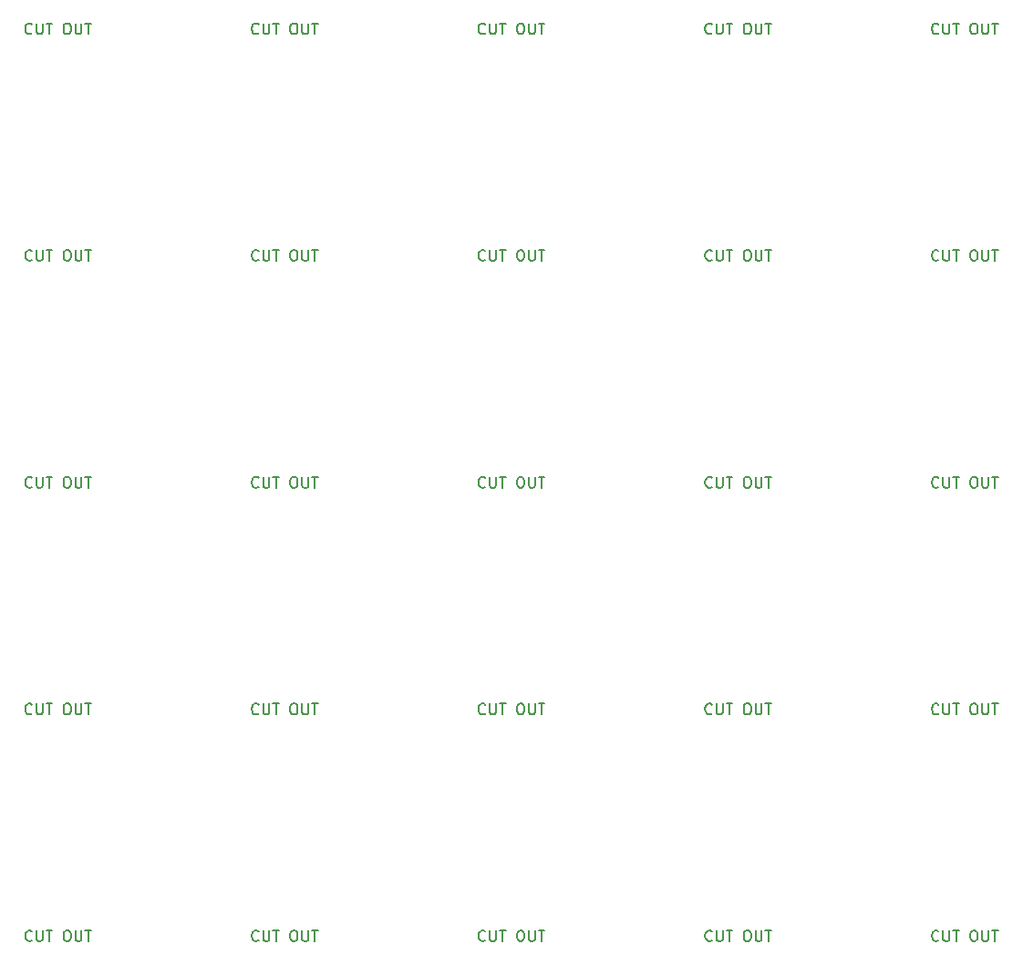
<source format=gbr>
%TF.GenerationSoftware,KiCad,Pcbnew,(5.1.9)-1*%
%TF.CreationDate,2021-09-16T12:17:46+02:00*%
%TF.ProjectId,kb_panel,6b625f70-616e-4656-9c2e-6b696361645f,rev?*%
%TF.SameCoordinates,Original*%
%TF.FileFunction,Other,Comment*%
%FSLAX46Y46*%
G04 Gerber Fmt 4.6, Leading zero omitted, Abs format (unit mm)*
G04 Created by KiCad (PCBNEW (5.1.9)-1) date 2021-09-16 12:17:46*
%MOMM*%
%LPD*%
G01*
G04 APERTURE LIST*
%ADD10C,0.150000*%
G04 APERTURE END LIST*
D10*
X136646785Y-140678694D02*
X136599166Y-140726313D01*
X136456308Y-140773932D01*
X136361070Y-140773932D01*
X136218213Y-140726313D01*
X136122975Y-140631075D01*
X136075356Y-140535837D01*
X136027737Y-140345361D01*
X136027737Y-140202504D01*
X136075356Y-140012028D01*
X136122975Y-139916790D01*
X136218213Y-139821552D01*
X136361070Y-139773932D01*
X136456308Y-139773932D01*
X136599166Y-139821552D01*
X136646785Y-139869171D01*
X137075356Y-139773932D02*
X137075356Y-140583456D01*
X137122975Y-140678694D01*
X137170594Y-140726313D01*
X137265832Y-140773932D01*
X137456308Y-140773932D01*
X137551547Y-140726313D01*
X137599166Y-140678694D01*
X137646785Y-140583456D01*
X137646785Y-139773932D01*
X137980118Y-139773932D02*
X138551547Y-139773932D01*
X138265832Y-140773932D02*
X138265832Y-139773932D01*
X139837261Y-139773932D02*
X140027737Y-139773932D01*
X140122975Y-139821552D01*
X140218213Y-139916790D01*
X140265832Y-140107266D01*
X140265832Y-140440599D01*
X140218213Y-140631075D01*
X140122975Y-140726313D01*
X140027737Y-140773932D01*
X139837261Y-140773932D01*
X139742023Y-140726313D01*
X139646785Y-140631075D01*
X139599166Y-140440599D01*
X139599166Y-140107266D01*
X139646785Y-139916790D01*
X139742023Y-139821552D01*
X139837261Y-139773932D01*
X140694404Y-139773932D02*
X140694404Y-140583456D01*
X140742023Y-140678694D01*
X140789642Y-140726313D01*
X140884880Y-140773932D01*
X141075356Y-140773932D01*
X141170594Y-140726313D01*
X141218213Y-140678694D01*
X141265832Y-140583456D01*
X141265832Y-139773932D01*
X141599166Y-139773932D02*
X142170594Y-139773932D01*
X141884880Y-140773932D02*
X141884880Y-139773932D01*
X115596785Y-140678694D02*
X115549166Y-140726313D01*
X115406308Y-140773932D01*
X115311070Y-140773932D01*
X115168213Y-140726313D01*
X115072975Y-140631075D01*
X115025356Y-140535837D01*
X114977737Y-140345361D01*
X114977737Y-140202504D01*
X115025356Y-140012028D01*
X115072975Y-139916790D01*
X115168213Y-139821552D01*
X115311070Y-139773932D01*
X115406308Y-139773932D01*
X115549166Y-139821552D01*
X115596785Y-139869171D01*
X116025356Y-139773932D02*
X116025356Y-140583456D01*
X116072975Y-140678694D01*
X116120594Y-140726313D01*
X116215832Y-140773932D01*
X116406308Y-140773932D01*
X116501547Y-140726313D01*
X116549166Y-140678694D01*
X116596785Y-140583456D01*
X116596785Y-139773932D01*
X116930118Y-139773932D02*
X117501547Y-139773932D01*
X117215832Y-140773932D02*
X117215832Y-139773932D01*
X118787261Y-139773932D02*
X118977737Y-139773932D01*
X119072975Y-139821552D01*
X119168213Y-139916790D01*
X119215832Y-140107266D01*
X119215832Y-140440599D01*
X119168213Y-140631075D01*
X119072975Y-140726313D01*
X118977737Y-140773932D01*
X118787261Y-140773932D01*
X118692023Y-140726313D01*
X118596785Y-140631075D01*
X118549166Y-140440599D01*
X118549166Y-140107266D01*
X118596785Y-139916790D01*
X118692023Y-139821552D01*
X118787261Y-139773932D01*
X119644404Y-139773932D02*
X119644404Y-140583456D01*
X119692023Y-140678694D01*
X119739642Y-140726313D01*
X119834880Y-140773932D01*
X120025356Y-140773932D01*
X120120594Y-140726313D01*
X120168213Y-140678694D01*
X120215832Y-140583456D01*
X120215832Y-139773932D01*
X120549166Y-139773932D02*
X121120594Y-139773932D01*
X120834880Y-140773932D02*
X120834880Y-139773932D01*
X94546785Y-140678694D02*
X94499166Y-140726313D01*
X94356308Y-140773932D01*
X94261070Y-140773932D01*
X94118213Y-140726313D01*
X94022975Y-140631075D01*
X93975356Y-140535837D01*
X93927737Y-140345361D01*
X93927737Y-140202504D01*
X93975356Y-140012028D01*
X94022975Y-139916790D01*
X94118213Y-139821552D01*
X94261070Y-139773932D01*
X94356308Y-139773932D01*
X94499166Y-139821552D01*
X94546785Y-139869171D01*
X94975356Y-139773932D02*
X94975356Y-140583456D01*
X95022975Y-140678694D01*
X95070594Y-140726313D01*
X95165832Y-140773932D01*
X95356308Y-140773932D01*
X95451547Y-140726313D01*
X95499166Y-140678694D01*
X95546785Y-140583456D01*
X95546785Y-139773932D01*
X95880118Y-139773932D02*
X96451547Y-139773932D01*
X96165832Y-140773932D02*
X96165832Y-139773932D01*
X97737261Y-139773932D02*
X97927737Y-139773932D01*
X98022975Y-139821552D01*
X98118213Y-139916790D01*
X98165832Y-140107266D01*
X98165832Y-140440599D01*
X98118213Y-140631075D01*
X98022975Y-140726313D01*
X97927737Y-140773932D01*
X97737261Y-140773932D01*
X97642023Y-140726313D01*
X97546785Y-140631075D01*
X97499166Y-140440599D01*
X97499166Y-140107266D01*
X97546785Y-139916790D01*
X97642023Y-139821552D01*
X97737261Y-139773932D01*
X98594404Y-139773932D02*
X98594404Y-140583456D01*
X98642023Y-140678694D01*
X98689642Y-140726313D01*
X98784880Y-140773932D01*
X98975356Y-140773932D01*
X99070594Y-140726313D01*
X99118213Y-140678694D01*
X99165832Y-140583456D01*
X99165832Y-139773932D01*
X99499166Y-139773932D02*
X100070594Y-139773932D01*
X99784880Y-140773932D02*
X99784880Y-139773932D01*
X73496785Y-140678694D02*
X73449166Y-140726313D01*
X73306308Y-140773932D01*
X73211070Y-140773932D01*
X73068213Y-140726313D01*
X72972975Y-140631075D01*
X72925356Y-140535837D01*
X72877737Y-140345361D01*
X72877737Y-140202504D01*
X72925356Y-140012028D01*
X72972975Y-139916790D01*
X73068213Y-139821552D01*
X73211070Y-139773932D01*
X73306308Y-139773932D01*
X73449166Y-139821552D01*
X73496785Y-139869171D01*
X73925356Y-139773932D02*
X73925356Y-140583456D01*
X73972975Y-140678694D01*
X74020594Y-140726313D01*
X74115832Y-140773932D01*
X74306308Y-140773932D01*
X74401547Y-140726313D01*
X74449166Y-140678694D01*
X74496785Y-140583456D01*
X74496785Y-139773932D01*
X74830118Y-139773932D02*
X75401547Y-139773932D01*
X75115832Y-140773932D02*
X75115832Y-139773932D01*
X76687261Y-139773932D02*
X76877737Y-139773932D01*
X76972975Y-139821552D01*
X77068213Y-139916790D01*
X77115832Y-140107266D01*
X77115832Y-140440599D01*
X77068213Y-140631075D01*
X76972975Y-140726313D01*
X76877737Y-140773932D01*
X76687261Y-140773932D01*
X76592023Y-140726313D01*
X76496785Y-140631075D01*
X76449166Y-140440599D01*
X76449166Y-140107266D01*
X76496785Y-139916790D01*
X76592023Y-139821552D01*
X76687261Y-139773932D01*
X77544404Y-139773932D02*
X77544404Y-140583456D01*
X77592023Y-140678694D01*
X77639642Y-140726313D01*
X77734880Y-140773932D01*
X77925356Y-140773932D01*
X78020594Y-140726313D01*
X78068213Y-140678694D01*
X78115832Y-140583456D01*
X78115832Y-139773932D01*
X78449166Y-139773932D02*
X79020594Y-139773932D01*
X78734880Y-140773932D02*
X78734880Y-139773932D01*
X52446785Y-140678694D02*
X52399166Y-140726313D01*
X52256308Y-140773932D01*
X52161070Y-140773932D01*
X52018213Y-140726313D01*
X51922975Y-140631075D01*
X51875356Y-140535837D01*
X51827737Y-140345361D01*
X51827737Y-140202504D01*
X51875356Y-140012028D01*
X51922975Y-139916790D01*
X52018213Y-139821552D01*
X52161070Y-139773932D01*
X52256308Y-139773932D01*
X52399166Y-139821552D01*
X52446785Y-139869171D01*
X52875356Y-139773932D02*
X52875356Y-140583456D01*
X52922975Y-140678694D01*
X52970594Y-140726313D01*
X53065832Y-140773932D01*
X53256308Y-140773932D01*
X53351547Y-140726313D01*
X53399166Y-140678694D01*
X53446785Y-140583456D01*
X53446785Y-139773932D01*
X53780118Y-139773932D02*
X54351547Y-139773932D01*
X54065832Y-140773932D02*
X54065832Y-139773932D01*
X55637261Y-139773932D02*
X55827737Y-139773932D01*
X55922975Y-139821552D01*
X56018213Y-139916790D01*
X56065832Y-140107266D01*
X56065832Y-140440599D01*
X56018213Y-140631075D01*
X55922975Y-140726313D01*
X55827737Y-140773932D01*
X55637261Y-140773932D01*
X55542023Y-140726313D01*
X55446785Y-140631075D01*
X55399166Y-140440599D01*
X55399166Y-140107266D01*
X55446785Y-139916790D01*
X55542023Y-139821552D01*
X55637261Y-139773932D01*
X56494404Y-139773932D02*
X56494404Y-140583456D01*
X56542023Y-140678694D01*
X56589642Y-140726313D01*
X56684880Y-140773932D01*
X56875356Y-140773932D01*
X56970594Y-140726313D01*
X57018213Y-140678694D01*
X57065832Y-140583456D01*
X57065832Y-139773932D01*
X57399166Y-139773932D02*
X57970594Y-139773932D01*
X57684880Y-140773932D02*
X57684880Y-139773932D01*
X136646785Y-119628694D02*
X136599166Y-119676313D01*
X136456308Y-119723932D01*
X136361070Y-119723932D01*
X136218213Y-119676313D01*
X136122975Y-119581075D01*
X136075356Y-119485837D01*
X136027737Y-119295361D01*
X136027737Y-119152504D01*
X136075356Y-118962028D01*
X136122975Y-118866790D01*
X136218213Y-118771552D01*
X136361070Y-118723932D01*
X136456308Y-118723932D01*
X136599166Y-118771552D01*
X136646785Y-118819171D01*
X137075356Y-118723932D02*
X137075356Y-119533456D01*
X137122975Y-119628694D01*
X137170594Y-119676313D01*
X137265832Y-119723932D01*
X137456308Y-119723932D01*
X137551547Y-119676313D01*
X137599166Y-119628694D01*
X137646785Y-119533456D01*
X137646785Y-118723932D01*
X137980118Y-118723932D02*
X138551547Y-118723932D01*
X138265832Y-119723932D02*
X138265832Y-118723932D01*
X139837261Y-118723932D02*
X140027737Y-118723932D01*
X140122975Y-118771552D01*
X140218213Y-118866790D01*
X140265832Y-119057266D01*
X140265832Y-119390599D01*
X140218213Y-119581075D01*
X140122975Y-119676313D01*
X140027737Y-119723932D01*
X139837261Y-119723932D01*
X139742023Y-119676313D01*
X139646785Y-119581075D01*
X139599166Y-119390599D01*
X139599166Y-119057266D01*
X139646785Y-118866790D01*
X139742023Y-118771552D01*
X139837261Y-118723932D01*
X140694404Y-118723932D02*
X140694404Y-119533456D01*
X140742023Y-119628694D01*
X140789642Y-119676313D01*
X140884880Y-119723932D01*
X141075356Y-119723932D01*
X141170594Y-119676313D01*
X141218213Y-119628694D01*
X141265832Y-119533456D01*
X141265832Y-118723932D01*
X141599166Y-118723932D02*
X142170594Y-118723932D01*
X141884880Y-119723932D02*
X141884880Y-118723932D01*
X115596785Y-119628694D02*
X115549166Y-119676313D01*
X115406308Y-119723932D01*
X115311070Y-119723932D01*
X115168213Y-119676313D01*
X115072975Y-119581075D01*
X115025356Y-119485837D01*
X114977737Y-119295361D01*
X114977737Y-119152504D01*
X115025356Y-118962028D01*
X115072975Y-118866790D01*
X115168213Y-118771552D01*
X115311070Y-118723932D01*
X115406308Y-118723932D01*
X115549166Y-118771552D01*
X115596785Y-118819171D01*
X116025356Y-118723932D02*
X116025356Y-119533456D01*
X116072975Y-119628694D01*
X116120594Y-119676313D01*
X116215832Y-119723932D01*
X116406308Y-119723932D01*
X116501547Y-119676313D01*
X116549166Y-119628694D01*
X116596785Y-119533456D01*
X116596785Y-118723932D01*
X116930118Y-118723932D02*
X117501547Y-118723932D01*
X117215832Y-119723932D02*
X117215832Y-118723932D01*
X118787261Y-118723932D02*
X118977737Y-118723932D01*
X119072975Y-118771552D01*
X119168213Y-118866790D01*
X119215832Y-119057266D01*
X119215832Y-119390599D01*
X119168213Y-119581075D01*
X119072975Y-119676313D01*
X118977737Y-119723932D01*
X118787261Y-119723932D01*
X118692023Y-119676313D01*
X118596785Y-119581075D01*
X118549166Y-119390599D01*
X118549166Y-119057266D01*
X118596785Y-118866790D01*
X118692023Y-118771552D01*
X118787261Y-118723932D01*
X119644404Y-118723932D02*
X119644404Y-119533456D01*
X119692023Y-119628694D01*
X119739642Y-119676313D01*
X119834880Y-119723932D01*
X120025356Y-119723932D01*
X120120594Y-119676313D01*
X120168213Y-119628694D01*
X120215832Y-119533456D01*
X120215832Y-118723932D01*
X120549166Y-118723932D02*
X121120594Y-118723932D01*
X120834880Y-119723932D02*
X120834880Y-118723932D01*
X94546785Y-119628694D02*
X94499166Y-119676313D01*
X94356308Y-119723932D01*
X94261070Y-119723932D01*
X94118213Y-119676313D01*
X94022975Y-119581075D01*
X93975356Y-119485837D01*
X93927737Y-119295361D01*
X93927737Y-119152504D01*
X93975356Y-118962028D01*
X94022975Y-118866790D01*
X94118213Y-118771552D01*
X94261070Y-118723932D01*
X94356308Y-118723932D01*
X94499166Y-118771552D01*
X94546785Y-118819171D01*
X94975356Y-118723932D02*
X94975356Y-119533456D01*
X95022975Y-119628694D01*
X95070594Y-119676313D01*
X95165832Y-119723932D01*
X95356308Y-119723932D01*
X95451547Y-119676313D01*
X95499166Y-119628694D01*
X95546785Y-119533456D01*
X95546785Y-118723932D01*
X95880118Y-118723932D02*
X96451547Y-118723932D01*
X96165832Y-119723932D02*
X96165832Y-118723932D01*
X97737261Y-118723932D02*
X97927737Y-118723932D01*
X98022975Y-118771552D01*
X98118213Y-118866790D01*
X98165832Y-119057266D01*
X98165832Y-119390599D01*
X98118213Y-119581075D01*
X98022975Y-119676313D01*
X97927737Y-119723932D01*
X97737261Y-119723932D01*
X97642023Y-119676313D01*
X97546785Y-119581075D01*
X97499166Y-119390599D01*
X97499166Y-119057266D01*
X97546785Y-118866790D01*
X97642023Y-118771552D01*
X97737261Y-118723932D01*
X98594404Y-118723932D02*
X98594404Y-119533456D01*
X98642023Y-119628694D01*
X98689642Y-119676313D01*
X98784880Y-119723932D01*
X98975356Y-119723932D01*
X99070594Y-119676313D01*
X99118213Y-119628694D01*
X99165832Y-119533456D01*
X99165832Y-118723932D01*
X99499166Y-118723932D02*
X100070594Y-118723932D01*
X99784880Y-119723932D02*
X99784880Y-118723932D01*
X73496785Y-119628694D02*
X73449166Y-119676313D01*
X73306308Y-119723932D01*
X73211070Y-119723932D01*
X73068213Y-119676313D01*
X72972975Y-119581075D01*
X72925356Y-119485837D01*
X72877737Y-119295361D01*
X72877737Y-119152504D01*
X72925356Y-118962028D01*
X72972975Y-118866790D01*
X73068213Y-118771552D01*
X73211070Y-118723932D01*
X73306308Y-118723932D01*
X73449166Y-118771552D01*
X73496785Y-118819171D01*
X73925356Y-118723932D02*
X73925356Y-119533456D01*
X73972975Y-119628694D01*
X74020594Y-119676313D01*
X74115832Y-119723932D01*
X74306308Y-119723932D01*
X74401547Y-119676313D01*
X74449166Y-119628694D01*
X74496785Y-119533456D01*
X74496785Y-118723932D01*
X74830118Y-118723932D02*
X75401547Y-118723932D01*
X75115832Y-119723932D02*
X75115832Y-118723932D01*
X76687261Y-118723932D02*
X76877737Y-118723932D01*
X76972975Y-118771552D01*
X77068213Y-118866790D01*
X77115832Y-119057266D01*
X77115832Y-119390599D01*
X77068213Y-119581075D01*
X76972975Y-119676313D01*
X76877737Y-119723932D01*
X76687261Y-119723932D01*
X76592023Y-119676313D01*
X76496785Y-119581075D01*
X76449166Y-119390599D01*
X76449166Y-119057266D01*
X76496785Y-118866790D01*
X76592023Y-118771552D01*
X76687261Y-118723932D01*
X77544404Y-118723932D02*
X77544404Y-119533456D01*
X77592023Y-119628694D01*
X77639642Y-119676313D01*
X77734880Y-119723932D01*
X77925356Y-119723932D01*
X78020594Y-119676313D01*
X78068213Y-119628694D01*
X78115832Y-119533456D01*
X78115832Y-118723932D01*
X78449166Y-118723932D02*
X79020594Y-118723932D01*
X78734880Y-119723932D02*
X78734880Y-118723932D01*
X52446785Y-119628694D02*
X52399166Y-119676313D01*
X52256308Y-119723932D01*
X52161070Y-119723932D01*
X52018213Y-119676313D01*
X51922975Y-119581075D01*
X51875356Y-119485837D01*
X51827737Y-119295361D01*
X51827737Y-119152504D01*
X51875356Y-118962028D01*
X51922975Y-118866790D01*
X52018213Y-118771552D01*
X52161070Y-118723932D01*
X52256308Y-118723932D01*
X52399166Y-118771552D01*
X52446785Y-118819171D01*
X52875356Y-118723932D02*
X52875356Y-119533456D01*
X52922975Y-119628694D01*
X52970594Y-119676313D01*
X53065832Y-119723932D01*
X53256308Y-119723932D01*
X53351547Y-119676313D01*
X53399166Y-119628694D01*
X53446785Y-119533456D01*
X53446785Y-118723932D01*
X53780118Y-118723932D02*
X54351547Y-118723932D01*
X54065832Y-119723932D02*
X54065832Y-118723932D01*
X55637261Y-118723932D02*
X55827737Y-118723932D01*
X55922975Y-118771552D01*
X56018213Y-118866790D01*
X56065832Y-119057266D01*
X56065832Y-119390599D01*
X56018213Y-119581075D01*
X55922975Y-119676313D01*
X55827737Y-119723932D01*
X55637261Y-119723932D01*
X55542023Y-119676313D01*
X55446785Y-119581075D01*
X55399166Y-119390599D01*
X55399166Y-119057266D01*
X55446785Y-118866790D01*
X55542023Y-118771552D01*
X55637261Y-118723932D01*
X56494404Y-118723932D02*
X56494404Y-119533456D01*
X56542023Y-119628694D01*
X56589642Y-119676313D01*
X56684880Y-119723932D01*
X56875356Y-119723932D01*
X56970594Y-119676313D01*
X57018213Y-119628694D01*
X57065832Y-119533456D01*
X57065832Y-118723932D01*
X57399166Y-118723932D02*
X57970594Y-118723932D01*
X57684880Y-119723932D02*
X57684880Y-118723932D01*
X136646785Y-98578694D02*
X136599166Y-98626313D01*
X136456308Y-98673932D01*
X136361070Y-98673932D01*
X136218213Y-98626313D01*
X136122975Y-98531075D01*
X136075356Y-98435837D01*
X136027737Y-98245361D01*
X136027737Y-98102504D01*
X136075356Y-97912028D01*
X136122975Y-97816790D01*
X136218213Y-97721552D01*
X136361070Y-97673932D01*
X136456308Y-97673932D01*
X136599166Y-97721552D01*
X136646785Y-97769171D01*
X137075356Y-97673932D02*
X137075356Y-98483456D01*
X137122975Y-98578694D01*
X137170594Y-98626313D01*
X137265832Y-98673932D01*
X137456308Y-98673932D01*
X137551547Y-98626313D01*
X137599166Y-98578694D01*
X137646785Y-98483456D01*
X137646785Y-97673932D01*
X137980118Y-97673932D02*
X138551547Y-97673932D01*
X138265832Y-98673932D02*
X138265832Y-97673932D01*
X139837261Y-97673932D02*
X140027737Y-97673932D01*
X140122975Y-97721552D01*
X140218213Y-97816790D01*
X140265832Y-98007266D01*
X140265832Y-98340599D01*
X140218213Y-98531075D01*
X140122975Y-98626313D01*
X140027737Y-98673932D01*
X139837261Y-98673932D01*
X139742023Y-98626313D01*
X139646785Y-98531075D01*
X139599166Y-98340599D01*
X139599166Y-98007266D01*
X139646785Y-97816790D01*
X139742023Y-97721552D01*
X139837261Y-97673932D01*
X140694404Y-97673932D02*
X140694404Y-98483456D01*
X140742023Y-98578694D01*
X140789642Y-98626313D01*
X140884880Y-98673932D01*
X141075356Y-98673932D01*
X141170594Y-98626313D01*
X141218213Y-98578694D01*
X141265832Y-98483456D01*
X141265832Y-97673932D01*
X141599166Y-97673932D02*
X142170594Y-97673932D01*
X141884880Y-98673932D02*
X141884880Y-97673932D01*
X115596785Y-98578694D02*
X115549166Y-98626313D01*
X115406308Y-98673932D01*
X115311070Y-98673932D01*
X115168213Y-98626313D01*
X115072975Y-98531075D01*
X115025356Y-98435837D01*
X114977737Y-98245361D01*
X114977737Y-98102504D01*
X115025356Y-97912028D01*
X115072975Y-97816790D01*
X115168213Y-97721552D01*
X115311070Y-97673932D01*
X115406308Y-97673932D01*
X115549166Y-97721552D01*
X115596785Y-97769171D01*
X116025356Y-97673932D02*
X116025356Y-98483456D01*
X116072975Y-98578694D01*
X116120594Y-98626313D01*
X116215832Y-98673932D01*
X116406308Y-98673932D01*
X116501547Y-98626313D01*
X116549166Y-98578694D01*
X116596785Y-98483456D01*
X116596785Y-97673932D01*
X116930118Y-97673932D02*
X117501547Y-97673932D01*
X117215832Y-98673932D02*
X117215832Y-97673932D01*
X118787261Y-97673932D02*
X118977737Y-97673932D01*
X119072975Y-97721552D01*
X119168213Y-97816790D01*
X119215832Y-98007266D01*
X119215832Y-98340599D01*
X119168213Y-98531075D01*
X119072975Y-98626313D01*
X118977737Y-98673932D01*
X118787261Y-98673932D01*
X118692023Y-98626313D01*
X118596785Y-98531075D01*
X118549166Y-98340599D01*
X118549166Y-98007266D01*
X118596785Y-97816790D01*
X118692023Y-97721552D01*
X118787261Y-97673932D01*
X119644404Y-97673932D02*
X119644404Y-98483456D01*
X119692023Y-98578694D01*
X119739642Y-98626313D01*
X119834880Y-98673932D01*
X120025356Y-98673932D01*
X120120594Y-98626313D01*
X120168213Y-98578694D01*
X120215832Y-98483456D01*
X120215832Y-97673932D01*
X120549166Y-97673932D02*
X121120594Y-97673932D01*
X120834880Y-98673932D02*
X120834880Y-97673932D01*
X94546785Y-98578694D02*
X94499166Y-98626313D01*
X94356308Y-98673932D01*
X94261070Y-98673932D01*
X94118213Y-98626313D01*
X94022975Y-98531075D01*
X93975356Y-98435837D01*
X93927737Y-98245361D01*
X93927737Y-98102504D01*
X93975356Y-97912028D01*
X94022975Y-97816790D01*
X94118213Y-97721552D01*
X94261070Y-97673932D01*
X94356308Y-97673932D01*
X94499166Y-97721552D01*
X94546785Y-97769171D01*
X94975356Y-97673932D02*
X94975356Y-98483456D01*
X95022975Y-98578694D01*
X95070594Y-98626313D01*
X95165832Y-98673932D01*
X95356308Y-98673932D01*
X95451547Y-98626313D01*
X95499166Y-98578694D01*
X95546785Y-98483456D01*
X95546785Y-97673932D01*
X95880118Y-97673932D02*
X96451547Y-97673932D01*
X96165832Y-98673932D02*
X96165832Y-97673932D01*
X97737261Y-97673932D02*
X97927737Y-97673932D01*
X98022975Y-97721552D01*
X98118213Y-97816790D01*
X98165832Y-98007266D01*
X98165832Y-98340599D01*
X98118213Y-98531075D01*
X98022975Y-98626313D01*
X97927737Y-98673932D01*
X97737261Y-98673932D01*
X97642023Y-98626313D01*
X97546785Y-98531075D01*
X97499166Y-98340599D01*
X97499166Y-98007266D01*
X97546785Y-97816790D01*
X97642023Y-97721552D01*
X97737261Y-97673932D01*
X98594404Y-97673932D02*
X98594404Y-98483456D01*
X98642023Y-98578694D01*
X98689642Y-98626313D01*
X98784880Y-98673932D01*
X98975356Y-98673932D01*
X99070594Y-98626313D01*
X99118213Y-98578694D01*
X99165832Y-98483456D01*
X99165832Y-97673932D01*
X99499166Y-97673932D02*
X100070594Y-97673932D01*
X99784880Y-98673932D02*
X99784880Y-97673932D01*
X73496785Y-98578694D02*
X73449166Y-98626313D01*
X73306308Y-98673932D01*
X73211070Y-98673932D01*
X73068213Y-98626313D01*
X72972975Y-98531075D01*
X72925356Y-98435837D01*
X72877737Y-98245361D01*
X72877737Y-98102504D01*
X72925356Y-97912028D01*
X72972975Y-97816790D01*
X73068213Y-97721552D01*
X73211070Y-97673932D01*
X73306308Y-97673932D01*
X73449166Y-97721552D01*
X73496785Y-97769171D01*
X73925356Y-97673932D02*
X73925356Y-98483456D01*
X73972975Y-98578694D01*
X74020594Y-98626313D01*
X74115832Y-98673932D01*
X74306308Y-98673932D01*
X74401547Y-98626313D01*
X74449166Y-98578694D01*
X74496785Y-98483456D01*
X74496785Y-97673932D01*
X74830118Y-97673932D02*
X75401547Y-97673932D01*
X75115832Y-98673932D02*
X75115832Y-97673932D01*
X76687261Y-97673932D02*
X76877737Y-97673932D01*
X76972975Y-97721552D01*
X77068213Y-97816790D01*
X77115832Y-98007266D01*
X77115832Y-98340599D01*
X77068213Y-98531075D01*
X76972975Y-98626313D01*
X76877737Y-98673932D01*
X76687261Y-98673932D01*
X76592023Y-98626313D01*
X76496785Y-98531075D01*
X76449166Y-98340599D01*
X76449166Y-98007266D01*
X76496785Y-97816790D01*
X76592023Y-97721552D01*
X76687261Y-97673932D01*
X77544404Y-97673932D02*
X77544404Y-98483456D01*
X77592023Y-98578694D01*
X77639642Y-98626313D01*
X77734880Y-98673932D01*
X77925356Y-98673932D01*
X78020594Y-98626313D01*
X78068213Y-98578694D01*
X78115832Y-98483456D01*
X78115832Y-97673932D01*
X78449166Y-97673932D02*
X79020594Y-97673932D01*
X78734880Y-98673932D02*
X78734880Y-97673932D01*
X52446785Y-98578694D02*
X52399166Y-98626313D01*
X52256308Y-98673932D01*
X52161070Y-98673932D01*
X52018213Y-98626313D01*
X51922975Y-98531075D01*
X51875356Y-98435837D01*
X51827737Y-98245361D01*
X51827737Y-98102504D01*
X51875356Y-97912028D01*
X51922975Y-97816790D01*
X52018213Y-97721552D01*
X52161070Y-97673932D01*
X52256308Y-97673932D01*
X52399166Y-97721552D01*
X52446785Y-97769171D01*
X52875356Y-97673932D02*
X52875356Y-98483456D01*
X52922975Y-98578694D01*
X52970594Y-98626313D01*
X53065832Y-98673932D01*
X53256308Y-98673932D01*
X53351547Y-98626313D01*
X53399166Y-98578694D01*
X53446785Y-98483456D01*
X53446785Y-97673932D01*
X53780118Y-97673932D02*
X54351547Y-97673932D01*
X54065832Y-98673932D02*
X54065832Y-97673932D01*
X55637261Y-97673932D02*
X55827737Y-97673932D01*
X55922975Y-97721552D01*
X56018213Y-97816790D01*
X56065832Y-98007266D01*
X56065832Y-98340599D01*
X56018213Y-98531075D01*
X55922975Y-98626313D01*
X55827737Y-98673932D01*
X55637261Y-98673932D01*
X55542023Y-98626313D01*
X55446785Y-98531075D01*
X55399166Y-98340599D01*
X55399166Y-98007266D01*
X55446785Y-97816790D01*
X55542023Y-97721552D01*
X55637261Y-97673932D01*
X56494404Y-97673932D02*
X56494404Y-98483456D01*
X56542023Y-98578694D01*
X56589642Y-98626313D01*
X56684880Y-98673932D01*
X56875356Y-98673932D01*
X56970594Y-98626313D01*
X57018213Y-98578694D01*
X57065832Y-98483456D01*
X57065832Y-97673932D01*
X57399166Y-97673932D02*
X57970594Y-97673932D01*
X57684880Y-98673932D02*
X57684880Y-97673932D01*
X136646785Y-77528694D02*
X136599166Y-77576313D01*
X136456308Y-77623932D01*
X136361070Y-77623932D01*
X136218213Y-77576313D01*
X136122975Y-77481075D01*
X136075356Y-77385837D01*
X136027737Y-77195361D01*
X136027737Y-77052504D01*
X136075356Y-76862028D01*
X136122975Y-76766790D01*
X136218213Y-76671552D01*
X136361070Y-76623932D01*
X136456308Y-76623932D01*
X136599166Y-76671552D01*
X136646785Y-76719171D01*
X137075356Y-76623932D02*
X137075356Y-77433456D01*
X137122975Y-77528694D01*
X137170594Y-77576313D01*
X137265832Y-77623932D01*
X137456308Y-77623932D01*
X137551547Y-77576313D01*
X137599166Y-77528694D01*
X137646785Y-77433456D01*
X137646785Y-76623932D01*
X137980118Y-76623932D02*
X138551547Y-76623932D01*
X138265832Y-77623932D02*
X138265832Y-76623932D01*
X139837261Y-76623932D02*
X140027737Y-76623932D01*
X140122975Y-76671552D01*
X140218213Y-76766790D01*
X140265832Y-76957266D01*
X140265832Y-77290599D01*
X140218213Y-77481075D01*
X140122975Y-77576313D01*
X140027737Y-77623932D01*
X139837261Y-77623932D01*
X139742023Y-77576313D01*
X139646785Y-77481075D01*
X139599166Y-77290599D01*
X139599166Y-76957266D01*
X139646785Y-76766790D01*
X139742023Y-76671552D01*
X139837261Y-76623932D01*
X140694404Y-76623932D02*
X140694404Y-77433456D01*
X140742023Y-77528694D01*
X140789642Y-77576313D01*
X140884880Y-77623932D01*
X141075356Y-77623932D01*
X141170594Y-77576313D01*
X141218213Y-77528694D01*
X141265832Y-77433456D01*
X141265832Y-76623932D01*
X141599166Y-76623932D02*
X142170594Y-76623932D01*
X141884880Y-77623932D02*
X141884880Y-76623932D01*
X115596785Y-77528694D02*
X115549166Y-77576313D01*
X115406308Y-77623932D01*
X115311070Y-77623932D01*
X115168213Y-77576313D01*
X115072975Y-77481075D01*
X115025356Y-77385837D01*
X114977737Y-77195361D01*
X114977737Y-77052504D01*
X115025356Y-76862028D01*
X115072975Y-76766790D01*
X115168213Y-76671552D01*
X115311070Y-76623932D01*
X115406308Y-76623932D01*
X115549166Y-76671552D01*
X115596785Y-76719171D01*
X116025356Y-76623932D02*
X116025356Y-77433456D01*
X116072975Y-77528694D01*
X116120594Y-77576313D01*
X116215832Y-77623932D01*
X116406308Y-77623932D01*
X116501547Y-77576313D01*
X116549166Y-77528694D01*
X116596785Y-77433456D01*
X116596785Y-76623932D01*
X116930118Y-76623932D02*
X117501547Y-76623932D01*
X117215832Y-77623932D02*
X117215832Y-76623932D01*
X118787261Y-76623932D02*
X118977737Y-76623932D01*
X119072975Y-76671552D01*
X119168213Y-76766790D01*
X119215832Y-76957266D01*
X119215832Y-77290599D01*
X119168213Y-77481075D01*
X119072975Y-77576313D01*
X118977737Y-77623932D01*
X118787261Y-77623932D01*
X118692023Y-77576313D01*
X118596785Y-77481075D01*
X118549166Y-77290599D01*
X118549166Y-76957266D01*
X118596785Y-76766790D01*
X118692023Y-76671552D01*
X118787261Y-76623932D01*
X119644404Y-76623932D02*
X119644404Y-77433456D01*
X119692023Y-77528694D01*
X119739642Y-77576313D01*
X119834880Y-77623932D01*
X120025356Y-77623932D01*
X120120594Y-77576313D01*
X120168213Y-77528694D01*
X120215832Y-77433456D01*
X120215832Y-76623932D01*
X120549166Y-76623932D02*
X121120594Y-76623932D01*
X120834880Y-77623932D02*
X120834880Y-76623932D01*
X94546785Y-77528694D02*
X94499166Y-77576313D01*
X94356308Y-77623932D01*
X94261070Y-77623932D01*
X94118213Y-77576313D01*
X94022975Y-77481075D01*
X93975356Y-77385837D01*
X93927737Y-77195361D01*
X93927737Y-77052504D01*
X93975356Y-76862028D01*
X94022975Y-76766790D01*
X94118213Y-76671552D01*
X94261070Y-76623932D01*
X94356308Y-76623932D01*
X94499166Y-76671552D01*
X94546785Y-76719171D01*
X94975356Y-76623932D02*
X94975356Y-77433456D01*
X95022975Y-77528694D01*
X95070594Y-77576313D01*
X95165832Y-77623932D01*
X95356308Y-77623932D01*
X95451547Y-77576313D01*
X95499166Y-77528694D01*
X95546785Y-77433456D01*
X95546785Y-76623932D01*
X95880118Y-76623932D02*
X96451547Y-76623932D01*
X96165832Y-77623932D02*
X96165832Y-76623932D01*
X97737261Y-76623932D02*
X97927737Y-76623932D01*
X98022975Y-76671552D01*
X98118213Y-76766790D01*
X98165832Y-76957266D01*
X98165832Y-77290599D01*
X98118213Y-77481075D01*
X98022975Y-77576313D01*
X97927737Y-77623932D01*
X97737261Y-77623932D01*
X97642023Y-77576313D01*
X97546785Y-77481075D01*
X97499166Y-77290599D01*
X97499166Y-76957266D01*
X97546785Y-76766790D01*
X97642023Y-76671552D01*
X97737261Y-76623932D01*
X98594404Y-76623932D02*
X98594404Y-77433456D01*
X98642023Y-77528694D01*
X98689642Y-77576313D01*
X98784880Y-77623932D01*
X98975356Y-77623932D01*
X99070594Y-77576313D01*
X99118213Y-77528694D01*
X99165832Y-77433456D01*
X99165832Y-76623932D01*
X99499166Y-76623932D02*
X100070594Y-76623932D01*
X99784880Y-77623932D02*
X99784880Y-76623932D01*
X73496785Y-77528694D02*
X73449166Y-77576313D01*
X73306308Y-77623932D01*
X73211070Y-77623932D01*
X73068213Y-77576313D01*
X72972975Y-77481075D01*
X72925356Y-77385837D01*
X72877737Y-77195361D01*
X72877737Y-77052504D01*
X72925356Y-76862028D01*
X72972975Y-76766790D01*
X73068213Y-76671552D01*
X73211070Y-76623932D01*
X73306308Y-76623932D01*
X73449166Y-76671552D01*
X73496785Y-76719171D01*
X73925356Y-76623932D02*
X73925356Y-77433456D01*
X73972975Y-77528694D01*
X74020594Y-77576313D01*
X74115832Y-77623932D01*
X74306308Y-77623932D01*
X74401547Y-77576313D01*
X74449166Y-77528694D01*
X74496785Y-77433456D01*
X74496785Y-76623932D01*
X74830118Y-76623932D02*
X75401547Y-76623932D01*
X75115832Y-77623932D02*
X75115832Y-76623932D01*
X76687261Y-76623932D02*
X76877737Y-76623932D01*
X76972975Y-76671552D01*
X77068213Y-76766790D01*
X77115832Y-76957266D01*
X77115832Y-77290599D01*
X77068213Y-77481075D01*
X76972975Y-77576313D01*
X76877737Y-77623932D01*
X76687261Y-77623932D01*
X76592023Y-77576313D01*
X76496785Y-77481075D01*
X76449166Y-77290599D01*
X76449166Y-76957266D01*
X76496785Y-76766790D01*
X76592023Y-76671552D01*
X76687261Y-76623932D01*
X77544404Y-76623932D02*
X77544404Y-77433456D01*
X77592023Y-77528694D01*
X77639642Y-77576313D01*
X77734880Y-77623932D01*
X77925356Y-77623932D01*
X78020594Y-77576313D01*
X78068213Y-77528694D01*
X78115832Y-77433456D01*
X78115832Y-76623932D01*
X78449166Y-76623932D02*
X79020594Y-76623932D01*
X78734880Y-77623932D02*
X78734880Y-76623932D01*
X52446785Y-77528694D02*
X52399166Y-77576313D01*
X52256308Y-77623932D01*
X52161070Y-77623932D01*
X52018213Y-77576313D01*
X51922975Y-77481075D01*
X51875356Y-77385837D01*
X51827737Y-77195361D01*
X51827737Y-77052504D01*
X51875356Y-76862028D01*
X51922975Y-76766790D01*
X52018213Y-76671552D01*
X52161070Y-76623932D01*
X52256308Y-76623932D01*
X52399166Y-76671552D01*
X52446785Y-76719171D01*
X52875356Y-76623932D02*
X52875356Y-77433456D01*
X52922975Y-77528694D01*
X52970594Y-77576313D01*
X53065832Y-77623932D01*
X53256308Y-77623932D01*
X53351547Y-77576313D01*
X53399166Y-77528694D01*
X53446785Y-77433456D01*
X53446785Y-76623932D01*
X53780118Y-76623932D02*
X54351547Y-76623932D01*
X54065832Y-77623932D02*
X54065832Y-76623932D01*
X55637261Y-76623932D02*
X55827737Y-76623932D01*
X55922975Y-76671552D01*
X56018213Y-76766790D01*
X56065832Y-76957266D01*
X56065832Y-77290599D01*
X56018213Y-77481075D01*
X55922975Y-77576313D01*
X55827737Y-77623932D01*
X55637261Y-77623932D01*
X55542023Y-77576313D01*
X55446785Y-77481075D01*
X55399166Y-77290599D01*
X55399166Y-76957266D01*
X55446785Y-76766790D01*
X55542023Y-76671552D01*
X55637261Y-76623932D01*
X56494404Y-76623932D02*
X56494404Y-77433456D01*
X56542023Y-77528694D01*
X56589642Y-77576313D01*
X56684880Y-77623932D01*
X56875356Y-77623932D01*
X56970594Y-77576313D01*
X57018213Y-77528694D01*
X57065832Y-77433456D01*
X57065832Y-76623932D01*
X57399166Y-76623932D02*
X57970594Y-76623932D01*
X57684880Y-77623932D02*
X57684880Y-76623932D01*
X136646785Y-56478694D02*
X136599166Y-56526313D01*
X136456308Y-56573932D01*
X136361070Y-56573932D01*
X136218213Y-56526313D01*
X136122975Y-56431075D01*
X136075356Y-56335837D01*
X136027737Y-56145361D01*
X136027737Y-56002504D01*
X136075356Y-55812028D01*
X136122975Y-55716790D01*
X136218213Y-55621552D01*
X136361070Y-55573932D01*
X136456308Y-55573932D01*
X136599166Y-55621552D01*
X136646785Y-55669171D01*
X137075356Y-55573932D02*
X137075356Y-56383456D01*
X137122975Y-56478694D01*
X137170594Y-56526313D01*
X137265832Y-56573932D01*
X137456308Y-56573932D01*
X137551547Y-56526313D01*
X137599166Y-56478694D01*
X137646785Y-56383456D01*
X137646785Y-55573932D01*
X137980118Y-55573932D02*
X138551547Y-55573932D01*
X138265832Y-56573932D02*
X138265832Y-55573932D01*
X139837261Y-55573932D02*
X140027737Y-55573932D01*
X140122975Y-55621552D01*
X140218213Y-55716790D01*
X140265832Y-55907266D01*
X140265832Y-56240599D01*
X140218213Y-56431075D01*
X140122975Y-56526313D01*
X140027737Y-56573932D01*
X139837261Y-56573932D01*
X139742023Y-56526313D01*
X139646785Y-56431075D01*
X139599166Y-56240599D01*
X139599166Y-55907266D01*
X139646785Y-55716790D01*
X139742023Y-55621552D01*
X139837261Y-55573932D01*
X140694404Y-55573932D02*
X140694404Y-56383456D01*
X140742023Y-56478694D01*
X140789642Y-56526313D01*
X140884880Y-56573932D01*
X141075356Y-56573932D01*
X141170594Y-56526313D01*
X141218213Y-56478694D01*
X141265832Y-56383456D01*
X141265832Y-55573932D01*
X141599166Y-55573932D02*
X142170594Y-55573932D01*
X141884880Y-56573932D02*
X141884880Y-55573932D01*
X115596785Y-56478694D02*
X115549166Y-56526313D01*
X115406308Y-56573932D01*
X115311070Y-56573932D01*
X115168213Y-56526313D01*
X115072975Y-56431075D01*
X115025356Y-56335837D01*
X114977737Y-56145361D01*
X114977737Y-56002504D01*
X115025356Y-55812028D01*
X115072975Y-55716790D01*
X115168213Y-55621552D01*
X115311070Y-55573932D01*
X115406308Y-55573932D01*
X115549166Y-55621552D01*
X115596785Y-55669171D01*
X116025356Y-55573932D02*
X116025356Y-56383456D01*
X116072975Y-56478694D01*
X116120594Y-56526313D01*
X116215832Y-56573932D01*
X116406308Y-56573932D01*
X116501547Y-56526313D01*
X116549166Y-56478694D01*
X116596785Y-56383456D01*
X116596785Y-55573932D01*
X116930118Y-55573932D02*
X117501547Y-55573932D01*
X117215832Y-56573932D02*
X117215832Y-55573932D01*
X118787261Y-55573932D02*
X118977737Y-55573932D01*
X119072975Y-55621552D01*
X119168213Y-55716790D01*
X119215832Y-55907266D01*
X119215832Y-56240599D01*
X119168213Y-56431075D01*
X119072975Y-56526313D01*
X118977737Y-56573932D01*
X118787261Y-56573932D01*
X118692023Y-56526313D01*
X118596785Y-56431075D01*
X118549166Y-56240599D01*
X118549166Y-55907266D01*
X118596785Y-55716790D01*
X118692023Y-55621552D01*
X118787261Y-55573932D01*
X119644404Y-55573932D02*
X119644404Y-56383456D01*
X119692023Y-56478694D01*
X119739642Y-56526313D01*
X119834880Y-56573932D01*
X120025356Y-56573932D01*
X120120594Y-56526313D01*
X120168213Y-56478694D01*
X120215832Y-56383456D01*
X120215832Y-55573932D01*
X120549166Y-55573932D02*
X121120594Y-55573932D01*
X120834880Y-56573932D02*
X120834880Y-55573932D01*
X94546785Y-56478694D02*
X94499166Y-56526313D01*
X94356308Y-56573932D01*
X94261070Y-56573932D01*
X94118213Y-56526313D01*
X94022975Y-56431075D01*
X93975356Y-56335837D01*
X93927737Y-56145361D01*
X93927737Y-56002504D01*
X93975356Y-55812028D01*
X94022975Y-55716790D01*
X94118213Y-55621552D01*
X94261070Y-55573932D01*
X94356308Y-55573932D01*
X94499166Y-55621552D01*
X94546785Y-55669171D01*
X94975356Y-55573932D02*
X94975356Y-56383456D01*
X95022975Y-56478694D01*
X95070594Y-56526313D01*
X95165832Y-56573932D01*
X95356308Y-56573932D01*
X95451547Y-56526313D01*
X95499166Y-56478694D01*
X95546785Y-56383456D01*
X95546785Y-55573932D01*
X95880118Y-55573932D02*
X96451547Y-55573932D01*
X96165832Y-56573932D02*
X96165832Y-55573932D01*
X97737261Y-55573932D02*
X97927737Y-55573932D01*
X98022975Y-55621552D01*
X98118213Y-55716790D01*
X98165832Y-55907266D01*
X98165832Y-56240599D01*
X98118213Y-56431075D01*
X98022975Y-56526313D01*
X97927737Y-56573932D01*
X97737261Y-56573932D01*
X97642023Y-56526313D01*
X97546785Y-56431075D01*
X97499166Y-56240599D01*
X97499166Y-55907266D01*
X97546785Y-55716790D01*
X97642023Y-55621552D01*
X97737261Y-55573932D01*
X98594404Y-55573932D02*
X98594404Y-56383456D01*
X98642023Y-56478694D01*
X98689642Y-56526313D01*
X98784880Y-56573932D01*
X98975356Y-56573932D01*
X99070594Y-56526313D01*
X99118213Y-56478694D01*
X99165832Y-56383456D01*
X99165832Y-55573932D01*
X99499166Y-55573932D02*
X100070594Y-55573932D01*
X99784880Y-56573932D02*
X99784880Y-55573932D01*
X73496785Y-56478694D02*
X73449166Y-56526313D01*
X73306308Y-56573932D01*
X73211070Y-56573932D01*
X73068213Y-56526313D01*
X72972975Y-56431075D01*
X72925356Y-56335837D01*
X72877737Y-56145361D01*
X72877737Y-56002504D01*
X72925356Y-55812028D01*
X72972975Y-55716790D01*
X73068213Y-55621552D01*
X73211070Y-55573932D01*
X73306308Y-55573932D01*
X73449166Y-55621552D01*
X73496785Y-55669171D01*
X73925356Y-55573932D02*
X73925356Y-56383456D01*
X73972975Y-56478694D01*
X74020594Y-56526313D01*
X74115832Y-56573932D01*
X74306308Y-56573932D01*
X74401547Y-56526313D01*
X74449166Y-56478694D01*
X74496785Y-56383456D01*
X74496785Y-55573932D01*
X74830118Y-55573932D02*
X75401547Y-55573932D01*
X75115832Y-56573932D02*
X75115832Y-55573932D01*
X76687261Y-55573932D02*
X76877737Y-55573932D01*
X76972975Y-55621552D01*
X77068213Y-55716790D01*
X77115832Y-55907266D01*
X77115832Y-56240599D01*
X77068213Y-56431075D01*
X76972975Y-56526313D01*
X76877737Y-56573932D01*
X76687261Y-56573932D01*
X76592023Y-56526313D01*
X76496785Y-56431075D01*
X76449166Y-56240599D01*
X76449166Y-55907266D01*
X76496785Y-55716790D01*
X76592023Y-55621552D01*
X76687261Y-55573932D01*
X77544404Y-55573932D02*
X77544404Y-56383456D01*
X77592023Y-56478694D01*
X77639642Y-56526313D01*
X77734880Y-56573932D01*
X77925356Y-56573932D01*
X78020594Y-56526313D01*
X78068213Y-56478694D01*
X78115832Y-56383456D01*
X78115832Y-55573932D01*
X78449166Y-55573932D02*
X79020594Y-55573932D01*
X78734880Y-56573932D02*
X78734880Y-55573932D01*
X52446785Y-56478694D02*
X52399166Y-56526313D01*
X52256308Y-56573932D01*
X52161070Y-56573932D01*
X52018213Y-56526313D01*
X51922975Y-56431075D01*
X51875356Y-56335837D01*
X51827737Y-56145361D01*
X51827737Y-56002504D01*
X51875356Y-55812028D01*
X51922975Y-55716790D01*
X52018213Y-55621552D01*
X52161070Y-55573932D01*
X52256308Y-55573932D01*
X52399166Y-55621552D01*
X52446785Y-55669171D01*
X52875356Y-55573932D02*
X52875356Y-56383456D01*
X52922975Y-56478694D01*
X52970594Y-56526313D01*
X53065832Y-56573932D01*
X53256308Y-56573932D01*
X53351547Y-56526313D01*
X53399166Y-56478694D01*
X53446785Y-56383456D01*
X53446785Y-55573932D01*
X53780118Y-55573932D02*
X54351547Y-55573932D01*
X54065832Y-56573932D02*
X54065832Y-55573932D01*
X55637261Y-55573932D02*
X55827737Y-55573932D01*
X55922975Y-55621552D01*
X56018213Y-55716790D01*
X56065832Y-55907266D01*
X56065832Y-56240599D01*
X56018213Y-56431075D01*
X55922975Y-56526313D01*
X55827737Y-56573932D01*
X55637261Y-56573932D01*
X55542023Y-56526313D01*
X55446785Y-56431075D01*
X55399166Y-56240599D01*
X55399166Y-55907266D01*
X55446785Y-55716790D01*
X55542023Y-55621552D01*
X55637261Y-55573932D01*
X56494404Y-55573932D02*
X56494404Y-56383456D01*
X56542023Y-56478694D01*
X56589642Y-56526313D01*
X56684880Y-56573932D01*
X56875356Y-56573932D01*
X56970594Y-56526313D01*
X57018213Y-56478694D01*
X57065832Y-56383456D01*
X57065832Y-55573932D01*
X57399166Y-55573932D02*
X57970594Y-55573932D01*
X57684880Y-56573932D02*
X57684880Y-55573932D01*
M02*

</source>
